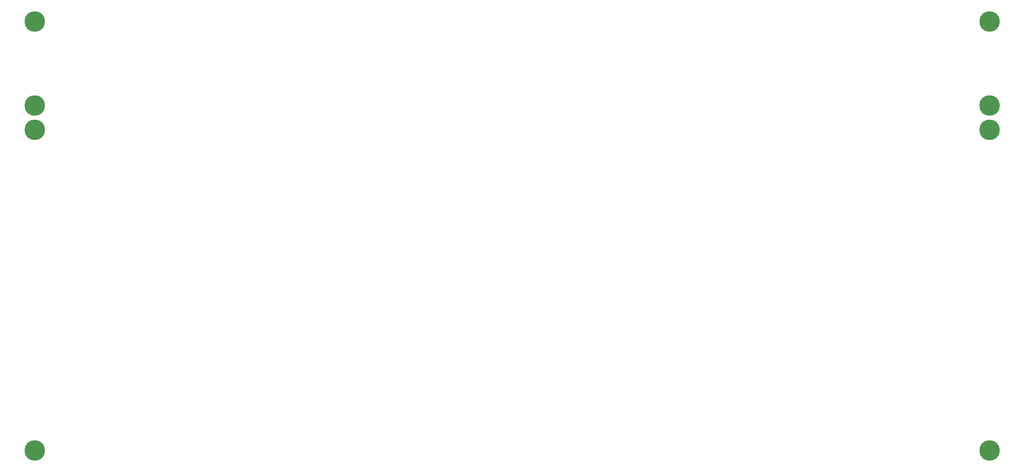
<source format=gbr>
%TF.GenerationSoftware,KiCad,Pcbnew,(5.99.0-10540-g55c1d814f9)*%
%TF.CreationDate,2021-05-27T21:14:22+02:00*%
%TF.ProjectId,plate-bottom,706c6174-652d-4626-9f74-746f6d2e6b69,1.0*%
%TF.SameCoordinates,Original*%
%TF.FileFunction,Soldermask,Bot*%
%TF.FilePolarity,Negative*%
%FSLAX46Y46*%
G04 Gerber Fmt 4.6, Leading zero omitted, Abs format (unit mm)*
G04 Created by KiCad (PCBNEW (5.99.0-10540-g55c1d814f9)) date 2021-05-27 21:14:22*
%MOMM*%
%LPD*%
G01*
G04 APERTURE LIST*
%ADD10C,5.000000*%
G04 APERTURE END LIST*
D10*
%TO.C,H4*%
X33460000Y-141880000D03*
%TD*%
%TO.C,H5*%
X266060000Y-37220000D03*
%TD*%
%TO.C,H6*%
X266060000Y-57680000D03*
%TD*%
%TO.C,H8*%
X266060000Y-141870000D03*
%TD*%
%TO.C,H7*%
X266060000Y-63670000D03*
%TD*%
%TO.C,H1*%
X33460000Y-37230000D03*
%TD*%
%TO.C,H3*%
X33460000Y-63670000D03*
%TD*%
%TO.C,H2*%
X33460000Y-57680000D03*
%TD*%
M02*

</source>
